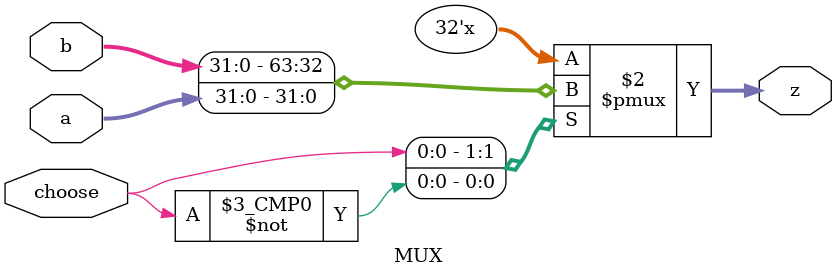
<source format=v>
module MUX(
    input [31:0] a,
    input [31:0] b,
    input choose,
    output reg [31:0] z
    );
    always @(*)
    begin
    case(choose)
        1'b1:z <= b;
        1'b0:z <= a;
   endcase
   end
endmodule
</source>
